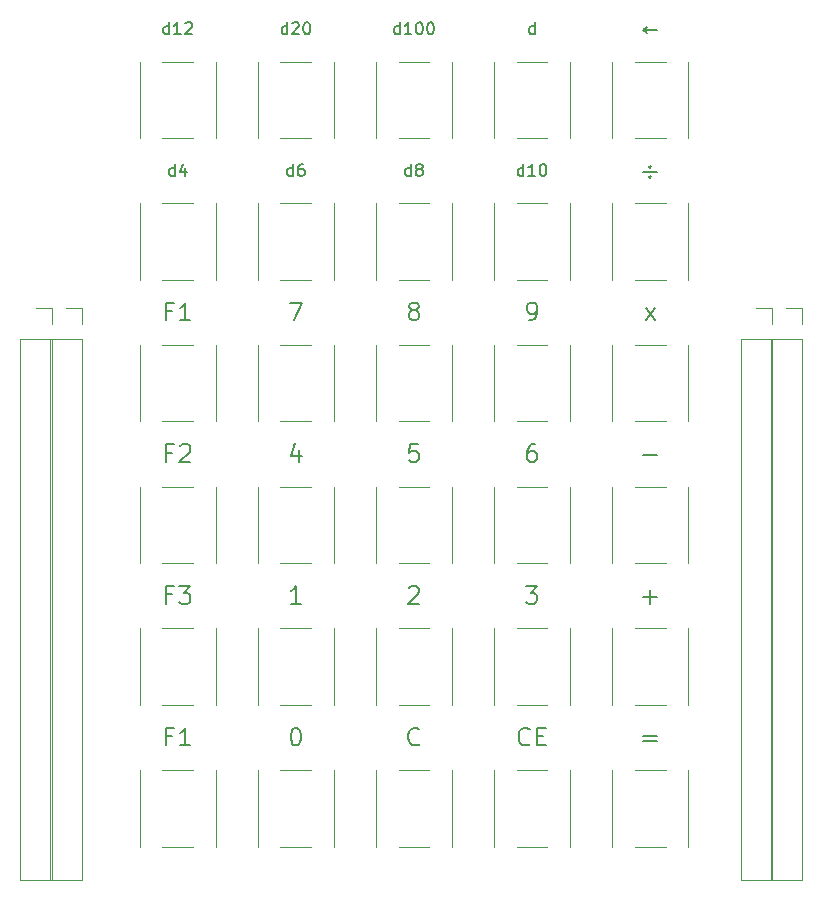
<source format=gto>
G04 #@! TF.GenerationSoftware,KiCad,Pcbnew,5.1.6-c6e7f7d~87~ubuntu18.04.1*
G04 #@! TF.CreationDate,2021-01-02T21:50:31-05:00*
G04 #@! TF.ProjectId,dicecalc,64696365-6361-46c6-932e-6b696361645f,rev?*
G04 #@! TF.SameCoordinates,Original*
G04 #@! TF.FileFunction,Legend,Top*
G04 #@! TF.FilePolarity,Positive*
%FSLAX46Y46*%
G04 Gerber Fmt 4.6, Leading zero omitted, Abs format (unit mm)*
G04 Created by KiCad (PCBNEW 5.1.6-c6e7f7d~87~ubuntu18.04.1) date 2021-01-02 21:50:31*
%MOMM*%
%LPD*%
G01*
G04 APERTURE LIST*
%ADD10C,0.150000*%
%ADD11C,0.120000*%
G04 APERTURE END LIST*
D10*
X119471428Y-87207142D02*
X118328571Y-87207142D01*
X118614285Y-87492857D02*
X118328571Y-87207142D01*
X118614285Y-86921428D01*
X109114285Y-87552380D02*
X109114285Y-86552380D01*
X109114285Y-87504761D02*
X109019047Y-87552380D01*
X108828571Y-87552380D01*
X108733333Y-87504761D01*
X108685714Y-87457142D01*
X108638095Y-87361904D01*
X108638095Y-87076190D01*
X108685714Y-86980952D01*
X108733333Y-86933333D01*
X108828571Y-86885714D01*
X109019047Y-86885714D01*
X109114285Y-86933333D01*
X97685714Y-87552380D02*
X97685714Y-86552380D01*
X97685714Y-87504761D02*
X97590476Y-87552380D01*
X97400000Y-87552380D01*
X97304761Y-87504761D01*
X97257142Y-87457142D01*
X97209523Y-87361904D01*
X97209523Y-87076190D01*
X97257142Y-86980952D01*
X97304761Y-86933333D01*
X97400000Y-86885714D01*
X97590476Y-86885714D01*
X97685714Y-86933333D01*
X98685714Y-87552380D02*
X98114285Y-87552380D01*
X98400000Y-87552380D02*
X98400000Y-86552380D01*
X98304761Y-86695238D01*
X98209523Y-86790476D01*
X98114285Y-86838095D01*
X99304761Y-86552380D02*
X99400000Y-86552380D01*
X99495238Y-86600000D01*
X99542857Y-86647619D01*
X99590476Y-86742857D01*
X99638095Y-86933333D01*
X99638095Y-87171428D01*
X99590476Y-87361904D01*
X99542857Y-87457142D01*
X99495238Y-87504761D01*
X99400000Y-87552380D01*
X99304761Y-87552380D01*
X99209523Y-87504761D01*
X99161904Y-87457142D01*
X99114285Y-87361904D01*
X99066666Y-87171428D01*
X99066666Y-86933333D01*
X99114285Y-86742857D01*
X99161904Y-86647619D01*
X99209523Y-86600000D01*
X99304761Y-86552380D01*
X100257142Y-86552380D02*
X100352380Y-86552380D01*
X100447619Y-86600000D01*
X100495238Y-86647619D01*
X100542857Y-86742857D01*
X100590476Y-86933333D01*
X100590476Y-87171428D01*
X100542857Y-87361904D01*
X100495238Y-87457142D01*
X100447619Y-87504761D01*
X100352380Y-87552380D01*
X100257142Y-87552380D01*
X100161904Y-87504761D01*
X100114285Y-87457142D01*
X100066666Y-87361904D01*
X100019047Y-87171428D01*
X100019047Y-86933333D01*
X100066666Y-86742857D01*
X100114285Y-86647619D01*
X100161904Y-86600000D01*
X100257142Y-86552380D01*
X88161904Y-87552380D02*
X88161904Y-86552380D01*
X88161904Y-87504761D02*
X88066666Y-87552380D01*
X87876190Y-87552380D01*
X87780952Y-87504761D01*
X87733333Y-87457142D01*
X87685714Y-87361904D01*
X87685714Y-87076190D01*
X87733333Y-86980952D01*
X87780952Y-86933333D01*
X87876190Y-86885714D01*
X88066666Y-86885714D01*
X88161904Y-86933333D01*
X88590476Y-86647619D02*
X88638095Y-86600000D01*
X88733333Y-86552380D01*
X88971428Y-86552380D01*
X89066666Y-86600000D01*
X89114285Y-86647619D01*
X89161904Y-86742857D01*
X89161904Y-86838095D01*
X89114285Y-86980952D01*
X88542857Y-87552380D01*
X89161904Y-87552380D01*
X89780952Y-86552380D02*
X89876190Y-86552380D01*
X89971428Y-86600000D01*
X90019047Y-86647619D01*
X90066666Y-86742857D01*
X90114285Y-86933333D01*
X90114285Y-87171428D01*
X90066666Y-87361904D01*
X90019047Y-87457142D01*
X89971428Y-87504761D01*
X89876190Y-87552380D01*
X89780952Y-87552380D01*
X89685714Y-87504761D01*
X89638095Y-87457142D01*
X89590476Y-87361904D01*
X89542857Y-87171428D01*
X89542857Y-86933333D01*
X89590476Y-86742857D01*
X89638095Y-86647619D01*
X89685714Y-86600000D01*
X89780952Y-86552380D01*
X78161904Y-87552380D02*
X78161904Y-86552380D01*
X78161904Y-87504761D02*
X78066666Y-87552380D01*
X77876190Y-87552380D01*
X77780952Y-87504761D01*
X77733333Y-87457142D01*
X77685714Y-87361904D01*
X77685714Y-87076190D01*
X77733333Y-86980952D01*
X77780952Y-86933333D01*
X77876190Y-86885714D01*
X78066666Y-86885714D01*
X78161904Y-86933333D01*
X79161904Y-87552380D02*
X78590476Y-87552380D01*
X78876190Y-87552380D02*
X78876190Y-86552380D01*
X78780952Y-86695238D01*
X78685714Y-86790476D01*
X78590476Y-86838095D01*
X79542857Y-86647619D02*
X79590476Y-86600000D01*
X79685714Y-86552380D01*
X79923809Y-86552380D01*
X80019047Y-86600000D01*
X80066666Y-86647619D01*
X80114285Y-86742857D01*
X80114285Y-86838095D01*
X80066666Y-86980952D01*
X79495238Y-87552380D01*
X80114285Y-87552380D01*
X119471428Y-99207142D02*
X118328571Y-99207142D01*
X118900000Y-99564285D02*
X118971428Y-99635714D01*
X118900000Y-99707142D01*
X118828571Y-99635714D01*
X118900000Y-99564285D01*
X118900000Y-99707142D01*
X118900000Y-98707142D02*
X118971428Y-98778571D01*
X118900000Y-98850000D01*
X118828571Y-98778571D01*
X118900000Y-98707142D01*
X118900000Y-98850000D01*
X108161904Y-99552380D02*
X108161904Y-98552380D01*
X108161904Y-99504761D02*
X108066666Y-99552380D01*
X107876190Y-99552380D01*
X107780952Y-99504761D01*
X107733333Y-99457142D01*
X107685714Y-99361904D01*
X107685714Y-99076190D01*
X107733333Y-98980952D01*
X107780952Y-98933333D01*
X107876190Y-98885714D01*
X108066666Y-98885714D01*
X108161904Y-98933333D01*
X109161904Y-99552380D02*
X108590476Y-99552380D01*
X108876190Y-99552380D02*
X108876190Y-98552380D01*
X108780952Y-98695238D01*
X108685714Y-98790476D01*
X108590476Y-98838095D01*
X109780952Y-98552380D02*
X109876190Y-98552380D01*
X109971428Y-98600000D01*
X110019047Y-98647619D01*
X110066666Y-98742857D01*
X110114285Y-98933333D01*
X110114285Y-99171428D01*
X110066666Y-99361904D01*
X110019047Y-99457142D01*
X109971428Y-99504761D01*
X109876190Y-99552380D01*
X109780952Y-99552380D01*
X109685714Y-99504761D01*
X109638095Y-99457142D01*
X109590476Y-99361904D01*
X109542857Y-99171428D01*
X109542857Y-98933333D01*
X109590476Y-98742857D01*
X109638095Y-98647619D01*
X109685714Y-98600000D01*
X109780952Y-98552380D01*
X98638095Y-99552380D02*
X98638095Y-98552380D01*
X98638095Y-99504761D02*
X98542857Y-99552380D01*
X98352380Y-99552380D01*
X98257142Y-99504761D01*
X98209523Y-99457142D01*
X98161904Y-99361904D01*
X98161904Y-99076190D01*
X98209523Y-98980952D01*
X98257142Y-98933333D01*
X98352380Y-98885714D01*
X98542857Y-98885714D01*
X98638095Y-98933333D01*
X99257142Y-98980952D02*
X99161904Y-98933333D01*
X99114285Y-98885714D01*
X99066666Y-98790476D01*
X99066666Y-98742857D01*
X99114285Y-98647619D01*
X99161904Y-98600000D01*
X99257142Y-98552380D01*
X99447619Y-98552380D01*
X99542857Y-98600000D01*
X99590476Y-98647619D01*
X99638095Y-98742857D01*
X99638095Y-98790476D01*
X99590476Y-98885714D01*
X99542857Y-98933333D01*
X99447619Y-98980952D01*
X99257142Y-98980952D01*
X99161904Y-99028571D01*
X99114285Y-99076190D01*
X99066666Y-99171428D01*
X99066666Y-99361904D01*
X99114285Y-99457142D01*
X99161904Y-99504761D01*
X99257142Y-99552380D01*
X99447619Y-99552380D01*
X99542857Y-99504761D01*
X99590476Y-99457142D01*
X99638095Y-99361904D01*
X99638095Y-99171428D01*
X99590476Y-99076190D01*
X99542857Y-99028571D01*
X99447619Y-98980952D01*
X88638095Y-99552380D02*
X88638095Y-98552380D01*
X88638095Y-99504761D02*
X88542857Y-99552380D01*
X88352380Y-99552380D01*
X88257142Y-99504761D01*
X88209523Y-99457142D01*
X88161904Y-99361904D01*
X88161904Y-99076190D01*
X88209523Y-98980952D01*
X88257142Y-98933333D01*
X88352380Y-98885714D01*
X88542857Y-98885714D01*
X88638095Y-98933333D01*
X89542857Y-98552380D02*
X89352380Y-98552380D01*
X89257142Y-98600000D01*
X89209523Y-98647619D01*
X89114285Y-98790476D01*
X89066666Y-98980952D01*
X89066666Y-99361904D01*
X89114285Y-99457142D01*
X89161904Y-99504761D01*
X89257142Y-99552380D01*
X89447619Y-99552380D01*
X89542857Y-99504761D01*
X89590476Y-99457142D01*
X89638095Y-99361904D01*
X89638095Y-99123809D01*
X89590476Y-99028571D01*
X89542857Y-98980952D01*
X89447619Y-98933333D01*
X89257142Y-98933333D01*
X89161904Y-98980952D01*
X89114285Y-99028571D01*
X89066666Y-99123809D01*
X78638095Y-99552380D02*
X78638095Y-98552380D01*
X78638095Y-99504761D02*
X78542857Y-99552380D01*
X78352380Y-99552380D01*
X78257142Y-99504761D01*
X78209523Y-99457142D01*
X78161904Y-99361904D01*
X78161904Y-99076190D01*
X78209523Y-98980952D01*
X78257142Y-98933333D01*
X78352380Y-98885714D01*
X78542857Y-98885714D01*
X78638095Y-98933333D01*
X79542857Y-98885714D02*
X79542857Y-99552380D01*
X79304761Y-98504761D02*
X79066666Y-99219047D01*
X79685714Y-99219047D01*
X118507142Y-111778571D02*
X119292857Y-110778571D01*
X118507142Y-110778571D02*
X119292857Y-111778571D01*
X108614285Y-111778571D02*
X108900000Y-111778571D01*
X109042857Y-111707142D01*
X109114285Y-111635714D01*
X109257142Y-111421428D01*
X109328571Y-111135714D01*
X109328571Y-110564285D01*
X109257142Y-110421428D01*
X109185714Y-110350000D01*
X109042857Y-110278571D01*
X108757142Y-110278571D01*
X108614285Y-110350000D01*
X108542857Y-110421428D01*
X108471428Y-110564285D01*
X108471428Y-110921428D01*
X108542857Y-111064285D01*
X108614285Y-111135714D01*
X108757142Y-111207142D01*
X109042857Y-111207142D01*
X109185714Y-111135714D01*
X109257142Y-111064285D01*
X109328571Y-110921428D01*
X98757142Y-110921428D02*
X98614285Y-110850000D01*
X98542857Y-110778571D01*
X98471428Y-110635714D01*
X98471428Y-110564285D01*
X98542857Y-110421428D01*
X98614285Y-110350000D01*
X98757142Y-110278571D01*
X99042857Y-110278571D01*
X99185714Y-110350000D01*
X99257142Y-110421428D01*
X99328571Y-110564285D01*
X99328571Y-110635714D01*
X99257142Y-110778571D01*
X99185714Y-110850000D01*
X99042857Y-110921428D01*
X98757142Y-110921428D01*
X98614285Y-110992857D01*
X98542857Y-111064285D01*
X98471428Y-111207142D01*
X98471428Y-111492857D01*
X98542857Y-111635714D01*
X98614285Y-111707142D01*
X98757142Y-111778571D01*
X99042857Y-111778571D01*
X99185714Y-111707142D01*
X99257142Y-111635714D01*
X99328571Y-111492857D01*
X99328571Y-111207142D01*
X99257142Y-111064285D01*
X99185714Y-110992857D01*
X99042857Y-110921428D01*
X88400000Y-110278571D02*
X89400000Y-110278571D01*
X88757142Y-111778571D01*
X78400000Y-110992857D02*
X77900000Y-110992857D01*
X77900000Y-111778571D02*
X77900000Y-110278571D01*
X78614285Y-110278571D01*
X79971428Y-111778571D02*
X79114285Y-111778571D01*
X79542857Y-111778571D02*
X79542857Y-110278571D01*
X79400000Y-110492857D01*
X79257142Y-110635714D01*
X79114285Y-110707142D01*
X118328571Y-123207142D02*
X119471428Y-123207142D01*
X109185714Y-122278571D02*
X108900000Y-122278571D01*
X108757142Y-122350000D01*
X108685714Y-122421428D01*
X108542857Y-122635714D01*
X108471428Y-122921428D01*
X108471428Y-123492857D01*
X108542857Y-123635714D01*
X108614285Y-123707142D01*
X108757142Y-123778571D01*
X109042857Y-123778571D01*
X109185714Y-123707142D01*
X109257142Y-123635714D01*
X109328571Y-123492857D01*
X109328571Y-123135714D01*
X109257142Y-122992857D01*
X109185714Y-122921428D01*
X109042857Y-122850000D01*
X108757142Y-122850000D01*
X108614285Y-122921428D01*
X108542857Y-122992857D01*
X108471428Y-123135714D01*
X99257142Y-122278571D02*
X98542857Y-122278571D01*
X98471428Y-122992857D01*
X98542857Y-122921428D01*
X98685714Y-122850000D01*
X99042857Y-122850000D01*
X99185714Y-122921428D01*
X99257142Y-122992857D01*
X99328571Y-123135714D01*
X99328571Y-123492857D01*
X99257142Y-123635714D01*
X99185714Y-123707142D01*
X99042857Y-123778571D01*
X98685714Y-123778571D01*
X98542857Y-123707142D01*
X98471428Y-123635714D01*
X89185714Y-122778571D02*
X89185714Y-123778571D01*
X88828571Y-122207142D02*
X88471428Y-123278571D01*
X89400000Y-123278571D01*
X78400000Y-122992857D02*
X77900000Y-122992857D01*
X77900000Y-123778571D02*
X77900000Y-122278571D01*
X78614285Y-122278571D01*
X79114285Y-122421428D02*
X79185714Y-122350000D01*
X79328571Y-122278571D01*
X79685714Y-122278571D01*
X79828571Y-122350000D01*
X79900000Y-122421428D01*
X79971428Y-122564285D01*
X79971428Y-122707142D01*
X79900000Y-122921428D01*
X79042857Y-123778571D01*
X79971428Y-123778571D01*
X118328571Y-135207142D02*
X119471428Y-135207142D01*
X118900000Y-135778571D02*
X118900000Y-134635714D01*
X108400000Y-134278571D02*
X109328571Y-134278571D01*
X108828571Y-134850000D01*
X109042857Y-134850000D01*
X109185714Y-134921428D01*
X109257142Y-134992857D01*
X109328571Y-135135714D01*
X109328571Y-135492857D01*
X109257142Y-135635714D01*
X109185714Y-135707142D01*
X109042857Y-135778571D01*
X108614285Y-135778571D01*
X108471428Y-135707142D01*
X108400000Y-135635714D01*
X98471428Y-134421428D02*
X98542857Y-134350000D01*
X98685714Y-134278571D01*
X99042857Y-134278571D01*
X99185714Y-134350000D01*
X99257142Y-134421428D01*
X99328571Y-134564285D01*
X99328571Y-134707142D01*
X99257142Y-134921428D01*
X98400000Y-135778571D01*
X99328571Y-135778571D01*
X89328571Y-135778571D02*
X88471428Y-135778571D01*
X88900000Y-135778571D02*
X88900000Y-134278571D01*
X88757142Y-134492857D01*
X88614285Y-134635714D01*
X88471428Y-134707142D01*
X78400000Y-134992857D02*
X77900000Y-134992857D01*
X77900000Y-135778571D02*
X77900000Y-134278571D01*
X78614285Y-134278571D01*
X79042857Y-134278571D02*
X79971428Y-134278571D01*
X79471428Y-134850000D01*
X79685714Y-134850000D01*
X79828571Y-134921428D01*
X79900000Y-134992857D01*
X79971428Y-135135714D01*
X79971428Y-135492857D01*
X79900000Y-135635714D01*
X79828571Y-135707142D01*
X79685714Y-135778571D01*
X79257142Y-135778571D01*
X79114285Y-135707142D01*
X79042857Y-135635714D01*
X118328571Y-146992857D02*
X119471428Y-146992857D01*
X119471428Y-147421428D02*
X118328571Y-147421428D01*
X108685714Y-147635714D02*
X108614285Y-147707142D01*
X108400000Y-147778571D01*
X108257142Y-147778571D01*
X108042857Y-147707142D01*
X107900000Y-147564285D01*
X107828571Y-147421428D01*
X107757142Y-147135714D01*
X107757142Y-146921428D01*
X107828571Y-146635714D01*
X107900000Y-146492857D01*
X108042857Y-146350000D01*
X108257142Y-146278571D01*
X108400000Y-146278571D01*
X108614285Y-146350000D01*
X108685714Y-146421428D01*
X109328571Y-146992857D02*
X109828571Y-146992857D01*
X110042857Y-147778571D02*
X109328571Y-147778571D01*
X109328571Y-146278571D01*
X110042857Y-146278571D01*
X99364285Y-147635714D02*
X99292857Y-147707142D01*
X99078571Y-147778571D01*
X98935714Y-147778571D01*
X98721428Y-147707142D01*
X98578571Y-147564285D01*
X98507142Y-147421428D01*
X98435714Y-147135714D01*
X98435714Y-146921428D01*
X98507142Y-146635714D01*
X98578571Y-146492857D01*
X98721428Y-146350000D01*
X98935714Y-146278571D01*
X99078571Y-146278571D01*
X99292857Y-146350000D01*
X99364285Y-146421428D01*
X88828571Y-146278571D02*
X88971428Y-146278571D01*
X89114285Y-146350000D01*
X89185714Y-146421428D01*
X89257142Y-146564285D01*
X89328571Y-146850000D01*
X89328571Y-147207142D01*
X89257142Y-147492857D01*
X89185714Y-147635714D01*
X89114285Y-147707142D01*
X88971428Y-147778571D01*
X88828571Y-147778571D01*
X88685714Y-147707142D01*
X88614285Y-147635714D01*
X88542857Y-147492857D01*
X88471428Y-147207142D01*
X88471428Y-146850000D01*
X88542857Y-146564285D01*
X88614285Y-146421428D01*
X88685714Y-146350000D01*
X88828571Y-146278571D01*
X78400000Y-146992857D02*
X77900000Y-146992857D01*
X77900000Y-147778571D02*
X77900000Y-146278571D01*
X78614285Y-146278571D01*
X79971428Y-147778571D02*
X79114285Y-147778571D01*
X79542857Y-147778571D02*
X79542857Y-146278571D01*
X79400000Y-146492857D01*
X79257142Y-146635714D01*
X79114285Y-146707142D01*
D11*
X122130000Y-144330000D02*
X122100000Y-144330000D01*
X115670000Y-144330000D02*
X115700000Y-144330000D01*
X115670000Y-137870000D02*
X115700000Y-137870000D01*
X122100000Y-137870000D02*
X122130000Y-137870000D01*
X120200000Y-144330000D02*
X117600000Y-144330000D01*
X122130000Y-137870000D02*
X122130000Y-144330000D01*
X120200000Y-137870000D02*
X117600000Y-137870000D01*
X115670000Y-137870000D02*
X115670000Y-144330000D01*
X66900000Y-110770000D02*
X68230000Y-110770000D01*
X68230000Y-110770000D02*
X68230000Y-112100000D01*
X68230000Y-113370000D02*
X68230000Y-159150000D01*
X65570000Y-159150000D02*
X68230000Y-159150000D01*
X65570000Y-113370000D02*
X65570000Y-159150000D01*
X65570000Y-113370000D02*
X68230000Y-113370000D01*
X68110000Y-113370000D02*
X70770000Y-113370000D01*
X68110000Y-113370000D02*
X68110000Y-159150000D01*
X68110000Y-159150000D02*
X70770000Y-159150000D01*
X70770000Y-113370000D02*
X70770000Y-159150000D01*
X70770000Y-110770000D02*
X70770000Y-112100000D01*
X69440000Y-110770000D02*
X70770000Y-110770000D01*
X127900000Y-110770000D02*
X129230000Y-110770000D01*
X129230000Y-110770000D02*
X129230000Y-112100000D01*
X129230000Y-113370000D02*
X129230000Y-159150000D01*
X126570000Y-159150000D02*
X129230000Y-159150000D01*
X126570000Y-113370000D02*
X126570000Y-159150000D01*
X126570000Y-113370000D02*
X129230000Y-113370000D01*
X129110000Y-113370000D02*
X131770000Y-113370000D01*
X129110000Y-113370000D02*
X129110000Y-159150000D01*
X129110000Y-159150000D02*
X131770000Y-159150000D01*
X131770000Y-113370000D02*
X131770000Y-159150000D01*
X131770000Y-110770000D02*
X131770000Y-112100000D01*
X130440000Y-110770000D02*
X131770000Y-110770000D01*
X92130000Y-156330000D02*
X92130000Y-149870000D01*
X87600000Y-156330000D02*
X90200000Y-156330000D01*
X85670000Y-156330000D02*
X85670000Y-149870000D01*
X87600000Y-149870000D02*
X90200000Y-149870000D01*
X85700000Y-156330000D02*
X85670000Y-156330000D01*
X92130000Y-156330000D02*
X92100000Y-156330000D01*
X92130000Y-149870000D02*
X92100000Y-149870000D01*
X85670000Y-149870000D02*
X85700000Y-149870000D01*
X85670000Y-137870000D02*
X85700000Y-137870000D01*
X92130000Y-137870000D02*
X92100000Y-137870000D01*
X92130000Y-144330000D02*
X92100000Y-144330000D01*
X85700000Y-144330000D02*
X85670000Y-144330000D01*
X87600000Y-137870000D02*
X90200000Y-137870000D01*
X85670000Y-144330000D02*
X85670000Y-137870000D01*
X87600000Y-144330000D02*
X90200000Y-144330000D01*
X92130000Y-144330000D02*
X92130000Y-137870000D01*
X102130000Y-144330000D02*
X102100000Y-144330000D01*
X95670000Y-144330000D02*
X95700000Y-144330000D01*
X95670000Y-137870000D02*
X95700000Y-137870000D01*
X102100000Y-137870000D02*
X102130000Y-137870000D01*
X100200000Y-144330000D02*
X97600000Y-144330000D01*
X102130000Y-137870000D02*
X102130000Y-144330000D01*
X100200000Y-137870000D02*
X97600000Y-137870000D01*
X95670000Y-137870000D02*
X95670000Y-144330000D01*
X112130000Y-144330000D02*
X112100000Y-144330000D01*
X105670000Y-144330000D02*
X105700000Y-144330000D01*
X105670000Y-137870000D02*
X105700000Y-137870000D01*
X112100000Y-137870000D02*
X112130000Y-137870000D01*
X110200000Y-144330000D02*
X107600000Y-144330000D01*
X112130000Y-137870000D02*
X112130000Y-144330000D01*
X110200000Y-137870000D02*
X107600000Y-137870000D01*
X105670000Y-137870000D02*
X105670000Y-144330000D01*
X85670000Y-125870000D02*
X85700000Y-125870000D01*
X92130000Y-125870000D02*
X92100000Y-125870000D01*
X92130000Y-132330000D02*
X92100000Y-132330000D01*
X85700000Y-132330000D02*
X85670000Y-132330000D01*
X87600000Y-125870000D02*
X90200000Y-125870000D01*
X85670000Y-132330000D02*
X85670000Y-125870000D01*
X87600000Y-132330000D02*
X90200000Y-132330000D01*
X92130000Y-132330000D02*
X92130000Y-125870000D01*
X95670000Y-125870000D02*
X95670000Y-132330000D01*
X100200000Y-125870000D02*
X97600000Y-125870000D01*
X102130000Y-125870000D02*
X102130000Y-132330000D01*
X100200000Y-132330000D02*
X97600000Y-132330000D01*
X102100000Y-125870000D02*
X102130000Y-125870000D01*
X95670000Y-125870000D02*
X95700000Y-125870000D01*
X95670000Y-132330000D02*
X95700000Y-132330000D01*
X102130000Y-132330000D02*
X102100000Y-132330000D01*
X112130000Y-132330000D02*
X112100000Y-132330000D01*
X105670000Y-132330000D02*
X105700000Y-132330000D01*
X105670000Y-125870000D02*
X105700000Y-125870000D01*
X112100000Y-125870000D02*
X112130000Y-125870000D01*
X110200000Y-132330000D02*
X107600000Y-132330000D01*
X112130000Y-125870000D02*
X112130000Y-132330000D01*
X110200000Y-125870000D02*
X107600000Y-125870000D01*
X105670000Y-125870000D02*
X105670000Y-132330000D01*
X85670000Y-113870000D02*
X85700000Y-113870000D01*
X92130000Y-113870000D02*
X92100000Y-113870000D01*
X92130000Y-120330000D02*
X92100000Y-120330000D01*
X85700000Y-120330000D02*
X85670000Y-120330000D01*
X87600000Y-113870000D02*
X90200000Y-113870000D01*
X85670000Y-120330000D02*
X85670000Y-113870000D01*
X87600000Y-120330000D02*
X90200000Y-120330000D01*
X92130000Y-120330000D02*
X92130000Y-113870000D01*
X95670000Y-113870000D02*
X95700000Y-113870000D01*
X102130000Y-113870000D02*
X102100000Y-113870000D01*
X102130000Y-120330000D02*
X102100000Y-120330000D01*
X95700000Y-120330000D02*
X95670000Y-120330000D01*
X97600000Y-113870000D02*
X100200000Y-113870000D01*
X95670000Y-120330000D02*
X95670000Y-113870000D01*
X97600000Y-120330000D02*
X100200000Y-120330000D01*
X102130000Y-120330000D02*
X102130000Y-113870000D01*
X105670000Y-113870000D02*
X105670000Y-120330000D01*
X110200000Y-113870000D02*
X107600000Y-113870000D01*
X112130000Y-113870000D02*
X112130000Y-120330000D01*
X110200000Y-120330000D02*
X107600000Y-120330000D01*
X112100000Y-113870000D02*
X112130000Y-113870000D01*
X105670000Y-113870000D02*
X105700000Y-113870000D01*
X105670000Y-120330000D02*
X105700000Y-120330000D01*
X112130000Y-120330000D02*
X112100000Y-120330000D01*
X122130000Y-132330000D02*
X122100000Y-132330000D01*
X115670000Y-132330000D02*
X115700000Y-132330000D01*
X115670000Y-125870000D02*
X115700000Y-125870000D01*
X122100000Y-125870000D02*
X122130000Y-125870000D01*
X120200000Y-132330000D02*
X117600000Y-132330000D01*
X122130000Y-125870000D02*
X122130000Y-132330000D01*
X120200000Y-125870000D02*
X117600000Y-125870000D01*
X115670000Y-125870000D02*
X115670000Y-132330000D01*
X115670000Y-113870000D02*
X115670000Y-120330000D01*
X120200000Y-113870000D02*
X117600000Y-113870000D01*
X122130000Y-113870000D02*
X122130000Y-120330000D01*
X120200000Y-120330000D02*
X117600000Y-120330000D01*
X122100000Y-113870000D02*
X122130000Y-113870000D01*
X115670000Y-113870000D02*
X115700000Y-113870000D01*
X115670000Y-120330000D02*
X115700000Y-120330000D01*
X122130000Y-120330000D02*
X122100000Y-120330000D01*
X115670000Y-101870000D02*
X115670000Y-108330000D01*
X120200000Y-101870000D02*
X117600000Y-101870000D01*
X122130000Y-101870000D02*
X122130000Y-108330000D01*
X120200000Y-108330000D02*
X117600000Y-108330000D01*
X122100000Y-101870000D02*
X122130000Y-101870000D01*
X115670000Y-101870000D02*
X115700000Y-101870000D01*
X115670000Y-108330000D02*
X115700000Y-108330000D01*
X122130000Y-108330000D02*
X122100000Y-108330000D01*
X105670000Y-89870000D02*
X105670000Y-96330000D01*
X110200000Y-89870000D02*
X107600000Y-89870000D01*
X112130000Y-89870000D02*
X112130000Y-96330000D01*
X110200000Y-96330000D02*
X107600000Y-96330000D01*
X112100000Y-89870000D02*
X112130000Y-89870000D01*
X105670000Y-89870000D02*
X105700000Y-89870000D01*
X105670000Y-96330000D02*
X105700000Y-96330000D01*
X112130000Y-96330000D02*
X112100000Y-96330000D01*
X75670000Y-101870000D02*
X75700000Y-101870000D01*
X82130000Y-101870000D02*
X82100000Y-101870000D01*
X82130000Y-108330000D02*
X82100000Y-108330000D01*
X75700000Y-108330000D02*
X75670000Y-108330000D01*
X77600000Y-101870000D02*
X80200000Y-101870000D01*
X75670000Y-108330000D02*
X75670000Y-101870000D01*
X77600000Y-108330000D02*
X80200000Y-108330000D01*
X82130000Y-108330000D02*
X82130000Y-101870000D01*
X85670000Y-101870000D02*
X85700000Y-101870000D01*
X92130000Y-101870000D02*
X92100000Y-101870000D01*
X92130000Y-108330000D02*
X92100000Y-108330000D01*
X85700000Y-108330000D02*
X85670000Y-108330000D01*
X87600000Y-101870000D02*
X90200000Y-101870000D01*
X85670000Y-108330000D02*
X85670000Y-101870000D01*
X87600000Y-108330000D02*
X90200000Y-108330000D01*
X92130000Y-108330000D02*
X92130000Y-101870000D01*
X95670000Y-101870000D02*
X95700000Y-101870000D01*
X102130000Y-101870000D02*
X102100000Y-101870000D01*
X102130000Y-108330000D02*
X102100000Y-108330000D01*
X95700000Y-108330000D02*
X95670000Y-108330000D01*
X97600000Y-101870000D02*
X100200000Y-101870000D01*
X95670000Y-108330000D02*
X95670000Y-101870000D01*
X97600000Y-108330000D02*
X100200000Y-108330000D01*
X102130000Y-108330000D02*
X102130000Y-101870000D01*
X112130000Y-108330000D02*
X112100000Y-108330000D01*
X105670000Y-108330000D02*
X105700000Y-108330000D01*
X105670000Y-101870000D02*
X105700000Y-101870000D01*
X112100000Y-101870000D02*
X112130000Y-101870000D01*
X110200000Y-108330000D02*
X107600000Y-108330000D01*
X112130000Y-101870000D02*
X112130000Y-108330000D01*
X110200000Y-101870000D02*
X107600000Y-101870000D01*
X105670000Y-101870000D02*
X105670000Y-108330000D01*
X82130000Y-96330000D02*
X82130000Y-89870000D01*
X77600000Y-96330000D02*
X80200000Y-96330000D01*
X75670000Y-96330000D02*
X75670000Y-89870000D01*
X77600000Y-89870000D02*
X80200000Y-89870000D01*
X75700000Y-96330000D02*
X75670000Y-96330000D01*
X82130000Y-96330000D02*
X82100000Y-96330000D01*
X82130000Y-89870000D02*
X82100000Y-89870000D01*
X75670000Y-89870000D02*
X75700000Y-89870000D01*
X92130000Y-96330000D02*
X92130000Y-89870000D01*
X87600000Y-96330000D02*
X90200000Y-96330000D01*
X85670000Y-96330000D02*
X85670000Y-89870000D01*
X87600000Y-89870000D02*
X90200000Y-89870000D01*
X85700000Y-96330000D02*
X85670000Y-96330000D01*
X92130000Y-96330000D02*
X92100000Y-96330000D01*
X92130000Y-89870000D02*
X92100000Y-89870000D01*
X85670000Y-89870000D02*
X85700000Y-89870000D01*
X95670000Y-89870000D02*
X95700000Y-89870000D01*
X102130000Y-89870000D02*
X102100000Y-89870000D01*
X102130000Y-96330000D02*
X102100000Y-96330000D01*
X95700000Y-96330000D02*
X95670000Y-96330000D01*
X97600000Y-89870000D02*
X100200000Y-89870000D01*
X95670000Y-96330000D02*
X95670000Y-89870000D01*
X97600000Y-96330000D02*
X100200000Y-96330000D01*
X102130000Y-96330000D02*
X102130000Y-89870000D01*
X115670000Y-149870000D02*
X115670000Y-156330000D01*
X120200000Y-149870000D02*
X117600000Y-149870000D01*
X122130000Y-149870000D02*
X122130000Y-156330000D01*
X120200000Y-156330000D02*
X117600000Y-156330000D01*
X122100000Y-149870000D02*
X122130000Y-149870000D01*
X115670000Y-149870000D02*
X115700000Y-149870000D01*
X115670000Y-156330000D02*
X115700000Y-156330000D01*
X122130000Y-156330000D02*
X122100000Y-156330000D01*
X122130000Y-96330000D02*
X122100000Y-96330000D01*
X115670000Y-96330000D02*
X115700000Y-96330000D01*
X115670000Y-89870000D02*
X115700000Y-89870000D01*
X122100000Y-89870000D02*
X122130000Y-89870000D01*
X120200000Y-96330000D02*
X117600000Y-96330000D01*
X122130000Y-89870000D02*
X122130000Y-96330000D01*
X120200000Y-89870000D02*
X117600000Y-89870000D01*
X115670000Y-89870000D02*
X115670000Y-96330000D01*
X95670000Y-149870000D02*
X95670000Y-156330000D01*
X100200000Y-149870000D02*
X97600000Y-149870000D01*
X102130000Y-149870000D02*
X102130000Y-156330000D01*
X100200000Y-156330000D02*
X97600000Y-156330000D01*
X102100000Y-149870000D02*
X102130000Y-149870000D01*
X95670000Y-149870000D02*
X95700000Y-149870000D01*
X95670000Y-156330000D02*
X95700000Y-156330000D01*
X102130000Y-156330000D02*
X102100000Y-156330000D01*
X105670000Y-149870000D02*
X105670000Y-156330000D01*
X110200000Y-149870000D02*
X107600000Y-149870000D01*
X112130000Y-149870000D02*
X112130000Y-156330000D01*
X110200000Y-156330000D02*
X107600000Y-156330000D01*
X112100000Y-149870000D02*
X112130000Y-149870000D01*
X105670000Y-149870000D02*
X105700000Y-149870000D01*
X105670000Y-156330000D02*
X105700000Y-156330000D01*
X112130000Y-156330000D02*
X112100000Y-156330000D01*
X82130000Y-120330000D02*
X82130000Y-113870000D01*
X77600000Y-120330000D02*
X80200000Y-120330000D01*
X75670000Y-120330000D02*
X75670000Y-113870000D01*
X77600000Y-113870000D02*
X80200000Y-113870000D01*
X75700000Y-120330000D02*
X75670000Y-120330000D01*
X82130000Y-120330000D02*
X82100000Y-120330000D01*
X82130000Y-113870000D02*
X82100000Y-113870000D01*
X75670000Y-113870000D02*
X75700000Y-113870000D01*
X82130000Y-132330000D02*
X82130000Y-125870000D01*
X77600000Y-132330000D02*
X80200000Y-132330000D01*
X75670000Y-132330000D02*
X75670000Y-125870000D01*
X77600000Y-125870000D02*
X80200000Y-125870000D01*
X75700000Y-132330000D02*
X75670000Y-132330000D01*
X82130000Y-132330000D02*
X82100000Y-132330000D01*
X82130000Y-125870000D02*
X82100000Y-125870000D01*
X75670000Y-125870000D02*
X75700000Y-125870000D01*
X82130000Y-144330000D02*
X82130000Y-137870000D01*
X77600000Y-144330000D02*
X80200000Y-144330000D01*
X75670000Y-144330000D02*
X75670000Y-137870000D01*
X77600000Y-137870000D02*
X80200000Y-137870000D01*
X75700000Y-144330000D02*
X75670000Y-144330000D01*
X82130000Y-144330000D02*
X82100000Y-144330000D01*
X82130000Y-137870000D02*
X82100000Y-137870000D01*
X75670000Y-137870000D02*
X75700000Y-137870000D01*
X82130000Y-156330000D02*
X82130000Y-149870000D01*
X77600000Y-156330000D02*
X80200000Y-156330000D01*
X75670000Y-156330000D02*
X75670000Y-149870000D01*
X77600000Y-149870000D02*
X80200000Y-149870000D01*
X75700000Y-156330000D02*
X75670000Y-156330000D01*
X82130000Y-156330000D02*
X82100000Y-156330000D01*
X82130000Y-149870000D02*
X82100000Y-149870000D01*
X75670000Y-149870000D02*
X75700000Y-149870000D01*
M02*

</source>
